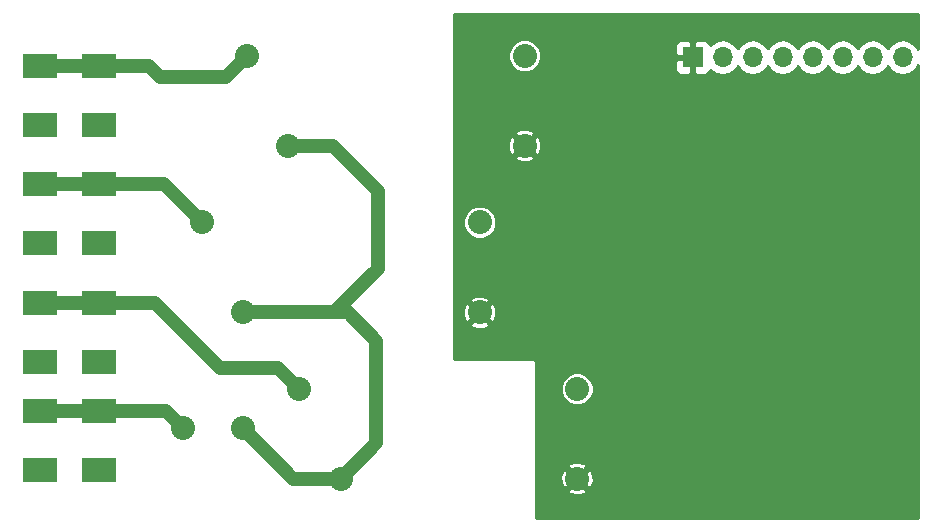
<source format=gbl>
G04 #@! TF.FileFunction,Copper,L2,Bot,Signal*
%FSLAX46Y46*%
G04 Gerber Fmt 4.6, Leading zero omitted, Abs format (unit mm)*
G04 Created by KiCad (PCBNEW 4.0.2-4+6225~38~ubuntu14.04.1-stable) date Fri 27 Jan 2017 04:50:42 PM CET*
%MOMM*%
G01*
G04 APERTURE LIST*
%ADD10C,0.100000*%
%ADD11R,3.000000X2.000000*%
%ADD12R,1.700000X1.700000*%
%ADD13O,1.700000X1.700000*%
%ADD14C,2.032000*%
%ADD15C,1.219200*%
%ADD16C,0.254000*%
G04 APERTURE END LIST*
D10*
D11*
X41275000Y-93472000D03*
X41275000Y-98472000D03*
X46275000Y-98472000D03*
X46275000Y-93472000D03*
X41275000Y-64262000D03*
X41275000Y-69262000D03*
X41275000Y-74262000D03*
X41275000Y-79262000D03*
X41275000Y-84262000D03*
X41275000Y-89262000D03*
X46275000Y-89262000D03*
X46275000Y-84262000D03*
X46275000Y-79262000D03*
X46275000Y-74262000D03*
X46275000Y-69262000D03*
X46275000Y-64262000D03*
D12*
X96520000Y-63500000D03*
D13*
X99060000Y-63500000D03*
X101600000Y-63500000D03*
X104140000Y-63500000D03*
X106680000Y-63500000D03*
X109220000Y-63500000D03*
X111760000Y-63500000D03*
X114300000Y-63500000D03*
D14*
X82285000Y-63383000D03*
X82285000Y-70983000D03*
X62285000Y-70983000D03*
X58785000Y-63383000D03*
X78475000Y-77480000D03*
X78475000Y-85080000D03*
X58475000Y-85080000D03*
X54975000Y-77480000D03*
X86730000Y-91577000D03*
X86730000Y-99177000D03*
X66730000Y-99177000D03*
X63230000Y-91577000D03*
X53340000Y-94869000D03*
X58420000Y-94879160D03*
D15*
X46275000Y-93472000D02*
X51943000Y-93472000D01*
X51943000Y-93472000D02*
X53340000Y-94869000D01*
X41275000Y-93472000D02*
X46275000Y-93472000D01*
X46275000Y-64262000D02*
X46300400Y-64236600D01*
X46300400Y-64236600D02*
X50520600Y-64236600D01*
X57042400Y-65125600D02*
X58785000Y-63383000D01*
X51409600Y-65125600D02*
X57042400Y-65125600D01*
X50520600Y-64236600D02*
X51409600Y-65125600D01*
X41275000Y-64262000D02*
X46275000Y-64262000D01*
X46275000Y-74262000D02*
X51757000Y-74262000D01*
X51757000Y-74262000D02*
X54975000Y-77480000D01*
X41275000Y-74262000D02*
X46275000Y-74262000D01*
X46275000Y-84262000D02*
X50988000Y-84262000D01*
X61442000Y-89789000D02*
X63230000Y-91577000D01*
X56515000Y-89789000D02*
X61442000Y-89789000D01*
X50988000Y-84262000D02*
X56515000Y-89789000D01*
X41275000Y-84262000D02*
X46275000Y-84262000D01*
X58475000Y-85080000D02*
X66177000Y-85080000D01*
X66030000Y-70983000D02*
X62285000Y-70983000D01*
X69850000Y-74803000D02*
X66030000Y-70983000D01*
X69850000Y-81407000D02*
X69850000Y-74803000D01*
X66177000Y-85080000D02*
X69850000Y-81407000D01*
X66730000Y-99177000D02*
X69723000Y-96184000D01*
X67300000Y-85080000D02*
X58475000Y-85080000D01*
X69723000Y-87503000D02*
X67300000Y-85080000D01*
X69723000Y-96184000D02*
X69723000Y-87503000D01*
X58420000Y-94879160D02*
X62717840Y-99177000D01*
X62717840Y-99177000D02*
X66730000Y-99177000D01*
X62285000Y-70983000D02*
X62347000Y-70983000D01*
D16*
G36*
X115622000Y-62827850D02*
X115350054Y-62420853D01*
X114868285Y-62098946D01*
X114300000Y-61985907D01*
X113731715Y-62098946D01*
X113249946Y-62420853D01*
X113030000Y-62750026D01*
X112810054Y-62420853D01*
X112328285Y-62098946D01*
X111760000Y-61985907D01*
X111191715Y-62098946D01*
X110709946Y-62420853D01*
X110490000Y-62750026D01*
X110270054Y-62420853D01*
X109788285Y-62098946D01*
X109220000Y-61985907D01*
X108651715Y-62098946D01*
X108169946Y-62420853D01*
X107950000Y-62750026D01*
X107730054Y-62420853D01*
X107248285Y-62098946D01*
X106680000Y-61985907D01*
X106111715Y-62098946D01*
X105629946Y-62420853D01*
X105410000Y-62750026D01*
X105190054Y-62420853D01*
X104708285Y-62098946D01*
X104140000Y-61985907D01*
X103571715Y-62098946D01*
X103089946Y-62420853D01*
X102870000Y-62750026D01*
X102650054Y-62420853D01*
X102168285Y-62098946D01*
X101600000Y-61985907D01*
X101031715Y-62098946D01*
X100549946Y-62420853D01*
X100330000Y-62750026D01*
X100110054Y-62420853D01*
X99628285Y-62098946D01*
X99060000Y-61985907D01*
X98491715Y-62098946D01*
X98009946Y-62420853D01*
X97980597Y-62464777D01*
X97908327Y-62290302D01*
X97729699Y-62111673D01*
X97496310Y-62015000D01*
X96805750Y-62015000D01*
X96647000Y-62173750D01*
X96647000Y-63373000D01*
X96667000Y-63373000D01*
X96667000Y-63627000D01*
X96647000Y-63627000D01*
X96647000Y-64826250D01*
X96805750Y-64985000D01*
X97496310Y-64985000D01*
X97729699Y-64888327D01*
X97908327Y-64709698D01*
X97980597Y-64535223D01*
X98009946Y-64579147D01*
X98491715Y-64901054D01*
X99060000Y-65014093D01*
X99628285Y-64901054D01*
X100110054Y-64579147D01*
X100330000Y-64249974D01*
X100549946Y-64579147D01*
X101031715Y-64901054D01*
X101600000Y-65014093D01*
X102168285Y-64901054D01*
X102650054Y-64579147D01*
X102870000Y-64249974D01*
X103089946Y-64579147D01*
X103571715Y-64901054D01*
X104140000Y-65014093D01*
X104708285Y-64901054D01*
X105190054Y-64579147D01*
X105410000Y-64249974D01*
X105629946Y-64579147D01*
X106111715Y-64901054D01*
X106680000Y-65014093D01*
X107248285Y-64901054D01*
X107730054Y-64579147D01*
X107950000Y-64249974D01*
X108169946Y-64579147D01*
X108651715Y-64901054D01*
X109220000Y-65014093D01*
X109788285Y-64901054D01*
X110270054Y-64579147D01*
X110490000Y-64249974D01*
X110709946Y-64579147D01*
X111191715Y-64901054D01*
X111760000Y-65014093D01*
X112328285Y-64901054D01*
X112810054Y-64579147D01*
X113030000Y-64249974D01*
X113249946Y-64579147D01*
X113731715Y-64901054D01*
X114300000Y-65014093D01*
X114868285Y-64901054D01*
X115350054Y-64579147D01*
X115622000Y-64172150D01*
X115622000Y-102489000D01*
X83235800Y-102489000D01*
X83235800Y-100157213D01*
X85929392Y-100157213D01*
X85998857Y-100399397D01*
X86522302Y-100586144D01*
X87077368Y-100558362D01*
X87461143Y-100399397D01*
X87530608Y-100157213D01*
X86730000Y-99356605D01*
X85929392Y-100157213D01*
X83235800Y-100157213D01*
X83235800Y-98969302D01*
X85320856Y-98969302D01*
X85348638Y-99524368D01*
X85507603Y-99908143D01*
X85749787Y-99977608D01*
X86550395Y-99177000D01*
X86909605Y-99177000D01*
X87710213Y-99977608D01*
X87952397Y-99908143D01*
X88139144Y-99384698D01*
X88111362Y-98829632D01*
X87952397Y-98445857D01*
X87710213Y-98376392D01*
X86909605Y-99177000D01*
X86550395Y-99177000D01*
X85749787Y-98376392D01*
X85507603Y-98445857D01*
X85320856Y-98969302D01*
X83235800Y-98969302D01*
X83235800Y-98196787D01*
X85929392Y-98196787D01*
X86730000Y-98997395D01*
X87530608Y-98196787D01*
X87461143Y-97954603D01*
X86937698Y-97767856D01*
X86382632Y-97795638D01*
X85998857Y-97954603D01*
X85929392Y-98196787D01*
X83235800Y-98196787D01*
X83235800Y-91853661D01*
X85332758Y-91853661D01*
X85544990Y-92367303D01*
X85937630Y-92760629D01*
X86450900Y-92973757D01*
X87006661Y-92974242D01*
X87520303Y-92762010D01*
X87913629Y-92369370D01*
X88126757Y-91856100D01*
X88127242Y-91300339D01*
X87915010Y-90786697D01*
X87522370Y-90393371D01*
X87009100Y-90180243D01*
X86453339Y-90179758D01*
X85939697Y-90391990D01*
X85546371Y-90784630D01*
X85333243Y-91297900D01*
X85332758Y-91853661D01*
X83235800Y-91853661D01*
X83235800Y-89204800D01*
X83225794Y-89155390D01*
X83197353Y-89113765D01*
X83154959Y-89086485D01*
X83108800Y-89077800D01*
X76327000Y-89077800D01*
X76327000Y-86060213D01*
X77674392Y-86060213D01*
X77743857Y-86302397D01*
X78267302Y-86489144D01*
X78822368Y-86461362D01*
X79206143Y-86302397D01*
X79275608Y-86060213D01*
X78475000Y-85259605D01*
X77674392Y-86060213D01*
X76327000Y-86060213D01*
X76327000Y-84872302D01*
X77065856Y-84872302D01*
X77093638Y-85427368D01*
X77252603Y-85811143D01*
X77494787Y-85880608D01*
X78295395Y-85080000D01*
X78654605Y-85080000D01*
X79455213Y-85880608D01*
X79697397Y-85811143D01*
X79884144Y-85287698D01*
X79856362Y-84732632D01*
X79697397Y-84348857D01*
X79455213Y-84279392D01*
X78654605Y-85080000D01*
X78295395Y-85080000D01*
X77494787Y-84279392D01*
X77252603Y-84348857D01*
X77065856Y-84872302D01*
X76327000Y-84872302D01*
X76327000Y-84099787D01*
X77674392Y-84099787D01*
X78475000Y-84900395D01*
X79275608Y-84099787D01*
X79206143Y-83857603D01*
X78682698Y-83670856D01*
X78127632Y-83698638D01*
X77743857Y-83857603D01*
X77674392Y-84099787D01*
X76327000Y-84099787D01*
X76327000Y-77756661D01*
X77077758Y-77756661D01*
X77289990Y-78270303D01*
X77682630Y-78663629D01*
X78195900Y-78876757D01*
X78751661Y-78877242D01*
X79265303Y-78665010D01*
X79658629Y-78272370D01*
X79871757Y-77759100D01*
X79872242Y-77203339D01*
X79660010Y-76689697D01*
X79267370Y-76296371D01*
X78754100Y-76083243D01*
X78198339Y-76082758D01*
X77684697Y-76294990D01*
X77291371Y-76687630D01*
X77078243Y-77200900D01*
X77077758Y-77756661D01*
X76327000Y-77756661D01*
X76327000Y-71963213D01*
X81484392Y-71963213D01*
X81553857Y-72205397D01*
X82077302Y-72392144D01*
X82632368Y-72364362D01*
X83016143Y-72205397D01*
X83085608Y-71963213D01*
X82285000Y-71162605D01*
X81484392Y-71963213D01*
X76327000Y-71963213D01*
X76327000Y-70775302D01*
X80875856Y-70775302D01*
X80903638Y-71330368D01*
X81062603Y-71714143D01*
X81304787Y-71783608D01*
X82105395Y-70983000D01*
X82464605Y-70983000D01*
X83265213Y-71783608D01*
X83507397Y-71714143D01*
X83694144Y-71190698D01*
X83666362Y-70635632D01*
X83507397Y-70251857D01*
X83265213Y-70182392D01*
X82464605Y-70983000D01*
X82105395Y-70983000D01*
X81304787Y-70182392D01*
X81062603Y-70251857D01*
X80875856Y-70775302D01*
X76327000Y-70775302D01*
X76327000Y-70002787D01*
X81484392Y-70002787D01*
X82285000Y-70803395D01*
X83085608Y-70002787D01*
X83016143Y-69760603D01*
X82492698Y-69573856D01*
X81937632Y-69601638D01*
X81553857Y-69760603D01*
X81484392Y-70002787D01*
X76327000Y-70002787D01*
X76327000Y-63659661D01*
X80887758Y-63659661D01*
X81099990Y-64173303D01*
X81492630Y-64566629D01*
X82005900Y-64779757D01*
X82561661Y-64780242D01*
X83075303Y-64568010D01*
X83468629Y-64175370D01*
X83630413Y-63785750D01*
X95035000Y-63785750D01*
X95035000Y-64476309D01*
X95131673Y-64709698D01*
X95310301Y-64888327D01*
X95543690Y-64985000D01*
X96234250Y-64985000D01*
X96393000Y-64826250D01*
X96393000Y-63627000D01*
X95193750Y-63627000D01*
X95035000Y-63785750D01*
X83630413Y-63785750D01*
X83681757Y-63662100D01*
X83682242Y-63106339D01*
X83470010Y-62592697D01*
X83401125Y-62523691D01*
X95035000Y-62523691D01*
X95035000Y-63214250D01*
X95193750Y-63373000D01*
X96393000Y-63373000D01*
X96393000Y-62173750D01*
X96234250Y-62015000D01*
X95543690Y-62015000D01*
X95310301Y-62111673D01*
X95131673Y-62290302D01*
X95035000Y-62523691D01*
X83401125Y-62523691D01*
X83077370Y-62199371D01*
X82564100Y-61986243D01*
X82008339Y-61985758D01*
X81494697Y-62197990D01*
X81101371Y-62590630D01*
X80888243Y-63103900D01*
X80887758Y-63659661D01*
X76327000Y-63659661D01*
X76327000Y-59817000D01*
X115622000Y-59817000D01*
X115622000Y-62827850D01*
X115622000Y-62827850D01*
G37*
X115622000Y-62827850D02*
X115350054Y-62420853D01*
X114868285Y-62098946D01*
X114300000Y-61985907D01*
X113731715Y-62098946D01*
X113249946Y-62420853D01*
X113030000Y-62750026D01*
X112810054Y-62420853D01*
X112328285Y-62098946D01*
X111760000Y-61985907D01*
X111191715Y-62098946D01*
X110709946Y-62420853D01*
X110490000Y-62750026D01*
X110270054Y-62420853D01*
X109788285Y-62098946D01*
X109220000Y-61985907D01*
X108651715Y-62098946D01*
X108169946Y-62420853D01*
X107950000Y-62750026D01*
X107730054Y-62420853D01*
X107248285Y-62098946D01*
X106680000Y-61985907D01*
X106111715Y-62098946D01*
X105629946Y-62420853D01*
X105410000Y-62750026D01*
X105190054Y-62420853D01*
X104708285Y-62098946D01*
X104140000Y-61985907D01*
X103571715Y-62098946D01*
X103089946Y-62420853D01*
X102870000Y-62750026D01*
X102650054Y-62420853D01*
X102168285Y-62098946D01*
X101600000Y-61985907D01*
X101031715Y-62098946D01*
X100549946Y-62420853D01*
X100330000Y-62750026D01*
X100110054Y-62420853D01*
X99628285Y-62098946D01*
X99060000Y-61985907D01*
X98491715Y-62098946D01*
X98009946Y-62420853D01*
X97980597Y-62464777D01*
X97908327Y-62290302D01*
X97729699Y-62111673D01*
X97496310Y-62015000D01*
X96805750Y-62015000D01*
X96647000Y-62173750D01*
X96647000Y-63373000D01*
X96667000Y-63373000D01*
X96667000Y-63627000D01*
X96647000Y-63627000D01*
X96647000Y-64826250D01*
X96805750Y-64985000D01*
X97496310Y-64985000D01*
X97729699Y-64888327D01*
X97908327Y-64709698D01*
X97980597Y-64535223D01*
X98009946Y-64579147D01*
X98491715Y-64901054D01*
X99060000Y-65014093D01*
X99628285Y-64901054D01*
X100110054Y-64579147D01*
X100330000Y-64249974D01*
X100549946Y-64579147D01*
X101031715Y-64901054D01*
X101600000Y-65014093D01*
X102168285Y-64901054D01*
X102650054Y-64579147D01*
X102870000Y-64249974D01*
X103089946Y-64579147D01*
X103571715Y-64901054D01*
X104140000Y-65014093D01*
X104708285Y-64901054D01*
X105190054Y-64579147D01*
X105410000Y-64249974D01*
X105629946Y-64579147D01*
X106111715Y-64901054D01*
X106680000Y-65014093D01*
X107248285Y-64901054D01*
X107730054Y-64579147D01*
X107950000Y-64249974D01*
X108169946Y-64579147D01*
X108651715Y-64901054D01*
X109220000Y-65014093D01*
X109788285Y-64901054D01*
X110270054Y-64579147D01*
X110490000Y-64249974D01*
X110709946Y-64579147D01*
X111191715Y-64901054D01*
X111760000Y-65014093D01*
X112328285Y-64901054D01*
X112810054Y-64579147D01*
X113030000Y-64249974D01*
X113249946Y-64579147D01*
X113731715Y-64901054D01*
X114300000Y-65014093D01*
X114868285Y-64901054D01*
X115350054Y-64579147D01*
X115622000Y-64172150D01*
X115622000Y-102489000D01*
X83235800Y-102489000D01*
X83235800Y-100157213D01*
X85929392Y-100157213D01*
X85998857Y-100399397D01*
X86522302Y-100586144D01*
X87077368Y-100558362D01*
X87461143Y-100399397D01*
X87530608Y-100157213D01*
X86730000Y-99356605D01*
X85929392Y-100157213D01*
X83235800Y-100157213D01*
X83235800Y-98969302D01*
X85320856Y-98969302D01*
X85348638Y-99524368D01*
X85507603Y-99908143D01*
X85749787Y-99977608D01*
X86550395Y-99177000D01*
X86909605Y-99177000D01*
X87710213Y-99977608D01*
X87952397Y-99908143D01*
X88139144Y-99384698D01*
X88111362Y-98829632D01*
X87952397Y-98445857D01*
X87710213Y-98376392D01*
X86909605Y-99177000D01*
X86550395Y-99177000D01*
X85749787Y-98376392D01*
X85507603Y-98445857D01*
X85320856Y-98969302D01*
X83235800Y-98969302D01*
X83235800Y-98196787D01*
X85929392Y-98196787D01*
X86730000Y-98997395D01*
X87530608Y-98196787D01*
X87461143Y-97954603D01*
X86937698Y-97767856D01*
X86382632Y-97795638D01*
X85998857Y-97954603D01*
X85929392Y-98196787D01*
X83235800Y-98196787D01*
X83235800Y-91853661D01*
X85332758Y-91853661D01*
X85544990Y-92367303D01*
X85937630Y-92760629D01*
X86450900Y-92973757D01*
X87006661Y-92974242D01*
X87520303Y-92762010D01*
X87913629Y-92369370D01*
X88126757Y-91856100D01*
X88127242Y-91300339D01*
X87915010Y-90786697D01*
X87522370Y-90393371D01*
X87009100Y-90180243D01*
X86453339Y-90179758D01*
X85939697Y-90391990D01*
X85546371Y-90784630D01*
X85333243Y-91297900D01*
X85332758Y-91853661D01*
X83235800Y-91853661D01*
X83235800Y-89204800D01*
X83225794Y-89155390D01*
X83197353Y-89113765D01*
X83154959Y-89086485D01*
X83108800Y-89077800D01*
X76327000Y-89077800D01*
X76327000Y-86060213D01*
X77674392Y-86060213D01*
X77743857Y-86302397D01*
X78267302Y-86489144D01*
X78822368Y-86461362D01*
X79206143Y-86302397D01*
X79275608Y-86060213D01*
X78475000Y-85259605D01*
X77674392Y-86060213D01*
X76327000Y-86060213D01*
X76327000Y-84872302D01*
X77065856Y-84872302D01*
X77093638Y-85427368D01*
X77252603Y-85811143D01*
X77494787Y-85880608D01*
X78295395Y-85080000D01*
X78654605Y-85080000D01*
X79455213Y-85880608D01*
X79697397Y-85811143D01*
X79884144Y-85287698D01*
X79856362Y-84732632D01*
X79697397Y-84348857D01*
X79455213Y-84279392D01*
X78654605Y-85080000D01*
X78295395Y-85080000D01*
X77494787Y-84279392D01*
X77252603Y-84348857D01*
X77065856Y-84872302D01*
X76327000Y-84872302D01*
X76327000Y-84099787D01*
X77674392Y-84099787D01*
X78475000Y-84900395D01*
X79275608Y-84099787D01*
X79206143Y-83857603D01*
X78682698Y-83670856D01*
X78127632Y-83698638D01*
X77743857Y-83857603D01*
X77674392Y-84099787D01*
X76327000Y-84099787D01*
X76327000Y-77756661D01*
X77077758Y-77756661D01*
X77289990Y-78270303D01*
X77682630Y-78663629D01*
X78195900Y-78876757D01*
X78751661Y-78877242D01*
X79265303Y-78665010D01*
X79658629Y-78272370D01*
X79871757Y-77759100D01*
X79872242Y-77203339D01*
X79660010Y-76689697D01*
X79267370Y-76296371D01*
X78754100Y-76083243D01*
X78198339Y-76082758D01*
X77684697Y-76294990D01*
X77291371Y-76687630D01*
X77078243Y-77200900D01*
X77077758Y-77756661D01*
X76327000Y-77756661D01*
X76327000Y-71963213D01*
X81484392Y-71963213D01*
X81553857Y-72205397D01*
X82077302Y-72392144D01*
X82632368Y-72364362D01*
X83016143Y-72205397D01*
X83085608Y-71963213D01*
X82285000Y-71162605D01*
X81484392Y-71963213D01*
X76327000Y-71963213D01*
X76327000Y-70775302D01*
X80875856Y-70775302D01*
X80903638Y-71330368D01*
X81062603Y-71714143D01*
X81304787Y-71783608D01*
X82105395Y-70983000D01*
X82464605Y-70983000D01*
X83265213Y-71783608D01*
X83507397Y-71714143D01*
X83694144Y-71190698D01*
X83666362Y-70635632D01*
X83507397Y-70251857D01*
X83265213Y-70182392D01*
X82464605Y-70983000D01*
X82105395Y-70983000D01*
X81304787Y-70182392D01*
X81062603Y-70251857D01*
X80875856Y-70775302D01*
X76327000Y-70775302D01*
X76327000Y-70002787D01*
X81484392Y-70002787D01*
X82285000Y-70803395D01*
X83085608Y-70002787D01*
X83016143Y-69760603D01*
X82492698Y-69573856D01*
X81937632Y-69601638D01*
X81553857Y-69760603D01*
X81484392Y-70002787D01*
X76327000Y-70002787D01*
X76327000Y-63659661D01*
X80887758Y-63659661D01*
X81099990Y-64173303D01*
X81492630Y-64566629D01*
X82005900Y-64779757D01*
X82561661Y-64780242D01*
X83075303Y-64568010D01*
X83468629Y-64175370D01*
X83630413Y-63785750D01*
X95035000Y-63785750D01*
X95035000Y-64476309D01*
X95131673Y-64709698D01*
X95310301Y-64888327D01*
X95543690Y-64985000D01*
X96234250Y-64985000D01*
X96393000Y-64826250D01*
X96393000Y-63627000D01*
X95193750Y-63627000D01*
X95035000Y-63785750D01*
X83630413Y-63785750D01*
X83681757Y-63662100D01*
X83682242Y-63106339D01*
X83470010Y-62592697D01*
X83401125Y-62523691D01*
X95035000Y-62523691D01*
X95035000Y-63214250D01*
X95193750Y-63373000D01*
X96393000Y-63373000D01*
X96393000Y-62173750D01*
X96234250Y-62015000D01*
X95543690Y-62015000D01*
X95310301Y-62111673D01*
X95131673Y-62290302D01*
X95035000Y-62523691D01*
X83401125Y-62523691D01*
X83077370Y-62199371D01*
X82564100Y-61986243D01*
X82008339Y-61985758D01*
X81494697Y-62197990D01*
X81101371Y-62590630D01*
X80888243Y-63103900D01*
X80887758Y-63659661D01*
X76327000Y-63659661D01*
X76327000Y-59817000D01*
X115622000Y-59817000D01*
X115622000Y-62827850D01*
M02*

</source>
